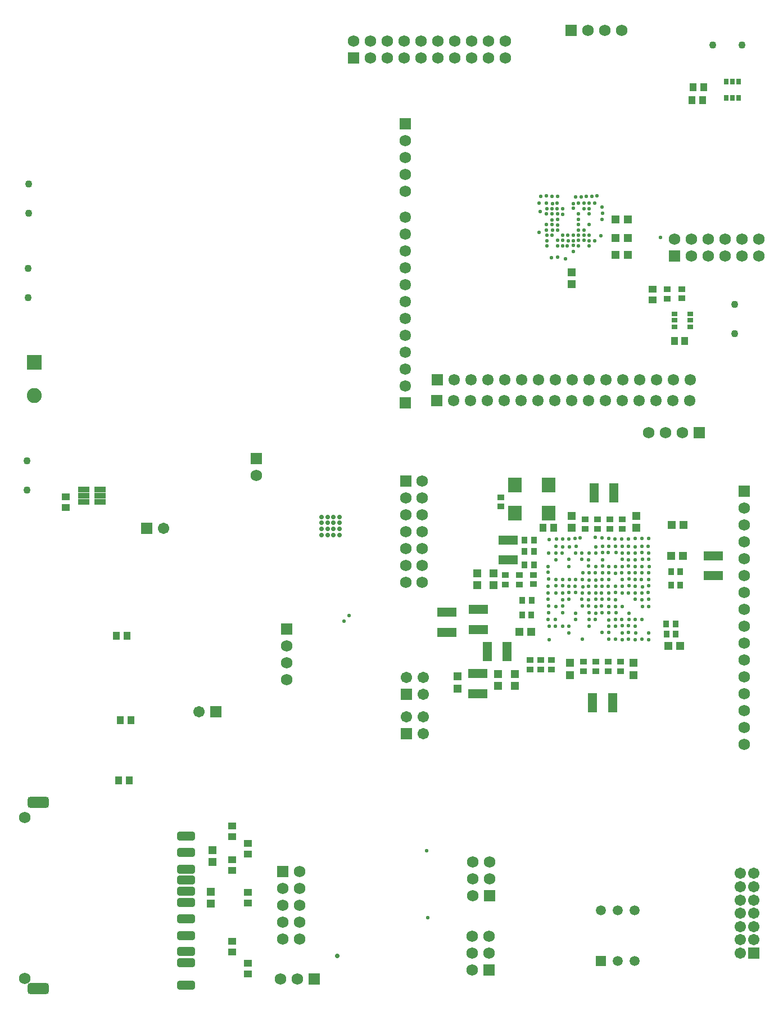
<source format=gbs>
G04 Layer_Color=16711935*
%FSLAX44Y44*%
%MOMM*%
G71*
G01*
G75*
%ADD91R,1.2032X1.1032*%
%ADD92R,1.3032X1.3032*%
%ADD94R,0.9032X0.6532*%
%ADD95R,1.1032X0.9032*%
%ADD96R,1.1032X1.2032*%
%ADD97R,1.3032X1.3032*%
%ADD102R,2.0032X2.2032*%
%ADD108R,0.9032X1.1032*%
%ADD122R,1.7532X1.7532*%
%ADD123C,1.7532*%
%ADD124R,1.7232X1.7232*%
%ADD125C,1.7232*%
%ADD126R,1.7232X1.7232*%
%ADD127R,1.7532X1.7532*%
%ADD128R,2.2532X2.2532*%
%ADD129C,2.2532*%
%ADD130C,1.1032*%
%ADD131R,1.7032X1.7032*%
%ADD132C,1.7032*%
%ADD133R,1.7032X1.7032*%
%ADD134R,1.5032X1.5032*%
%ADD135C,1.5032*%
%ADD136C,0.5532*%
%ADD137C,0.7032*%
%ADD138R,2.9032X1.3532*%
%ADD139R,1.3532X2.9032*%
%ADD140R,1.8032X0.8532*%
G04:AMPARAMS|DCode=141|XSize=1.3632mm|YSize=2.7032mm|CornerRadius=0.3916mm|HoleSize=0mm|Usage=FLASHONLY|Rotation=270.000|XOffset=0mm|YOffset=0mm|HoleType=Round|Shape=RoundedRectangle|*
%AMROUNDEDRECTD141*
21,1,1.3632,1.9200,0,0,270.0*
21,1,0.5800,2.7032,0,0,270.0*
1,1,0.7832,-0.9600,-0.2900*
1,1,0.7832,-0.9600,0.2900*
1,1,0.7832,0.9600,0.2900*
1,1,0.7832,0.9600,-0.2900*
%
%ADD141ROUNDEDRECTD141*%
G04:AMPARAMS|DCode=142|XSize=1.7272mm|YSize=3.2512mm|CornerRadius=0.4826mm|HoleSize=0mm|Usage=FLASHONLY|Rotation=270.000|XOffset=0mm|YOffset=0mm|HoleType=Round|Shape=RoundedRectangle|*
%AMROUNDEDRECTD142*
21,1,1.7272,2.2860,0,0,270.0*
21,1,0.7620,3.2512,0,0,270.0*
1,1,0.9652,-1.1430,-0.3810*
1,1,0.9652,-1.1430,0.3810*
1,1,0.9652,1.1430,0.3810*
1,1,0.9652,1.1430,-0.3810*
%
%ADD142ROUNDEDRECTD142*%
%ADD143R,0.6532X0.9032*%
D91*
X124750Y739750D02*
D03*
Y755750D02*
D03*
X375250Y260250D02*
D03*
Y244250D02*
D03*
X398500Y234250D02*
D03*
Y218250D02*
D03*
X375249Y209750D02*
D03*
Y193750D02*
D03*
X398500Y37750D02*
D03*
Y53750D02*
D03*
X375250Y86750D02*
D03*
Y70750D02*
D03*
X398500Y160750D02*
D03*
Y144750D02*
D03*
X1008750Y1068250D02*
D03*
Y1052250D02*
D03*
D92*
X1050000Y531250D02*
D03*
X1032000D02*
D03*
X1054250Y666500D02*
D03*
X1036250D02*
D03*
X807500Y552250D02*
D03*
X825500D02*
D03*
X1037000Y713750D02*
D03*
X1055000D02*
D03*
X970750Y1119750D02*
D03*
X952750D02*
D03*
X952750Y1145250D02*
D03*
X970750D02*
D03*
X970750Y1172750D02*
D03*
X952750D02*
D03*
D94*
X1065000Y1011750D02*
D03*
Y1021250D02*
D03*
Y1030750D02*
D03*
X1041000D02*
D03*
Y1021250D02*
D03*
Y1011750D02*
D03*
D95*
X780000Y755250D02*
D03*
Y741250D02*
D03*
X960250Y493250D02*
D03*
Y507250D02*
D03*
X941583Y493250D02*
D03*
Y507250D02*
D03*
X922916Y493250D02*
D03*
Y507250D02*
D03*
X904250Y493250D02*
D03*
Y507250D02*
D03*
X828500Y624250D02*
D03*
Y638250D02*
D03*
X808000Y624000D02*
D03*
Y638000D02*
D03*
X786500Y623750D02*
D03*
Y637750D02*
D03*
X962750Y721500D02*
D03*
Y707500D02*
D03*
X944083Y721500D02*
D03*
Y707500D02*
D03*
X925417Y721500D02*
D03*
Y707500D02*
D03*
X906750Y721500D02*
D03*
Y707500D02*
D03*
X1030750Y1068000D02*
D03*
Y1054000D02*
D03*
X1052750Y1068500D02*
D03*
Y1054500D02*
D03*
X824000Y495750D02*
D03*
Y509750D02*
D03*
X840000Y496000D02*
D03*
Y510000D02*
D03*
X856000Y496000D02*
D03*
Y510000D02*
D03*
D96*
X200750Y546500D02*
D03*
X216750D02*
D03*
X206750Y419750D02*
D03*
X222750D02*
D03*
X203750Y329000D02*
D03*
X219750D02*
D03*
X843000Y709500D02*
D03*
X859000D02*
D03*
X1069750Y1371750D02*
D03*
X1085750D02*
D03*
X1068000Y1353000D02*
D03*
X1084000D02*
D03*
X1041000Y990500D02*
D03*
X1057000D02*
D03*
D97*
X714750Y467250D02*
D03*
Y485250D02*
D03*
X979250Y487500D02*
D03*
Y505500D02*
D03*
X884000Y487500D02*
D03*
Y505500D02*
D03*
X769000Y622500D02*
D03*
Y640500D02*
D03*
X744250Y622500D02*
D03*
Y640500D02*
D03*
X983750Y726750D02*
D03*
Y708750D02*
D03*
X886250Y727250D02*
D03*
Y709250D02*
D03*
X886250Y1075750D02*
D03*
Y1093750D02*
D03*
X343250Y161750D02*
D03*
Y143750D02*
D03*
X345750Y224000D02*
D03*
Y206000D02*
D03*
X775500Y471000D02*
D03*
Y489000D02*
D03*
X800750Y471250D02*
D03*
Y489250D02*
D03*
D102*
X801250Y731500D02*
D03*
X852050D02*
D03*
Y773500D02*
D03*
X801250D02*
D03*
D108*
X815500Y653250D02*
D03*
X829500D02*
D03*
X1043250Y549250D02*
D03*
X1029250D02*
D03*
X1043000Y564750D02*
D03*
X1029000D02*
D03*
X1050000Y642750D02*
D03*
X1036000D02*
D03*
X1050250Y622750D02*
D03*
X1036250D02*
D03*
X811750Y577500D02*
D03*
X825750D02*
D03*
X812000Y599750D02*
D03*
X826000D02*
D03*
X815500Y673750D02*
D03*
X829500D02*
D03*
X815500Y690500D02*
D03*
X829500D02*
D03*
D122*
X885617Y1457750D02*
D03*
X558200Y1416250D02*
D03*
X1041200Y1118352D02*
D03*
X1078950Y852000D02*
D03*
X498650Y30000D02*
D03*
D123*
X911017Y1457750D02*
D03*
X936417D02*
D03*
X961817D02*
D03*
X1146250Y383450D02*
D03*
Y408850D02*
D03*
Y434250D02*
D03*
Y459650D02*
D03*
Y485050D02*
D03*
Y510450D02*
D03*
Y535850D02*
D03*
Y561250D02*
D03*
Y586650D02*
D03*
Y612050D02*
D03*
Y637450D02*
D03*
Y662850D02*
D03*
Y688250D02*
D03*
Y713650D02*
D03*
Y739050D02*
D03*
X637000Y753750D02*
D03*
Y728350D02*
D03*
Y702950D02*
D03*
Y677550D02*
D03*
Y652150D02*
D03*
Y626750D02*
D03*
X661500Y779150D02*
D03*
Y753750D02*
D03*
Y728350D02*
D03*
Y702950D02*
D03*
Y677550D02*
D03*
Y652150D02*
D03*
Y626750D02*
D03*
X737850Y206050D02*
D03*
Y180650D02*
D03*
Y155250D02*
D03*
X763250Y206050D02*
D03*
Y180650D02*
D03*
X736750Y94650D02*
D03*
Y69250D02*
D03*
Y43850D02*
D03*
X762150Y94650D02*
D03*
Y69250D02*
D03*
X786800Y1441650D02*
D03*
Y1416250D02*
D03*
X761400Y1441650D02*
D03*
Y1416250D02*
D03*
X736000Y1441650D02*
D03*
Y1416250D02*
D03*
X710600D02*
D03*
Y1441650D02*
D03*
X685200D02*
D03*
Y1416250D02*
D03*
X659800Y1441650D02*
D03*
X558200D02*
D03*
X583600Y1416250D02*
D03*
Y1441650D02*
D03*
X609000Y1416250D02*
D03*
Y1441650D02*
D03*
X634400Y1416250D02*
D03*
Y1441650D02*
D03*
X659800Y1416250D02*
D03*
X62250Y272750D02*
D03*
Y30750D02*
D03*
X457000Y531500D02*
D03*
Y506100D02*
D03*
Y480700D02*
D03*
X411499Y788050D02*
D03*
X1066600Y1118352D02*
D03*
X1092000D02*
D03*
X1117400D02*
D03*
X1142800D02*
D03*
X1168200D02*
D03*
X1041200Y1143752D02*
D03*
X1066600D02*
D03*
X1092000D02*
D03*
X1117400D02*
D03*
X1142800D02*
D03*
X1168200D02*
D03*
X635500Y1291900D02*
D03*
Y1266500D02*
D03*
Y1241100D02*
D03*
Y1215700D02*
D03*
X1053550Y852000D02*
D03*
X1028150D02*
D03*
X1002750D02*
D03*
X473250Y30000D02*
D03*
X447850D02*
D03*
X477000Y90150D02*
D03*
Y115550D02*
D03*
Y140950D02*
D03*
Y166350D02*
D03*
Y191750D02*
D03*
X451600Y90150D02*
D03*
Y115550D02*
D03*
Y140950D02*
D03*
Y166350D02*
D03*
D124*
X636000Y897200D02*
D03*
D125*
Y922600D02*
D03*
Y948000D02*
D03*
Y973400D02*
D03*
Y998800D02*
D03*
Y1024200D02*
D03*
Y1049600D02*
D03*
Y1075000D02*
D03*
Y1100400D02*
D03*
Y1125800D02*
D03*
Y1151200D02*
D03*
Y1176600D02*
D03*
X1065050Y931750D02*
D03*
X1039650D02*
D03*
X1014250D02*
D03*
X988850D02*
D03*
X963450D02*
D03*
X938050D02*
D03*
X912650D02*
D03*
X887250D02*
D03*
X861850D02*
D03*
X836450D02*
D03*
X811050D02*
D03*
X785650D02*
D03*
X760250D02*
D03*
X734850D02*
D03*
X709450D02*
D03*
X1064650Y900250D02*
D03*
X1039250D02*
D03*
X1013850D02*
D03*
X988450D02*
D03*
X963050D02*
D03*
X937650D02*
D03*
X912250D02*
D03*
X886850D02*
D03*
X861450D02*
D03*
X836050D02*
D03*
X810650D02*
D03*
X785250D02*
D03*
X759850D02*
D03*
X734450D02*
D03*
X709050D02*
D03*
D126*
X684050Y931750D02*
D03*
X683650Y900250D02*
D03*
D127*
X1146250Y764450D02*
D03*
X637000Y779150D02*
D03*
X763250Y155250D02*
D03*
X762150Y43850D02*
D03*
X457000Y556900D02*
D03*
X411499Y813450D02*
D03*
X635500Y1317300D02*
D03*
X451600Y191750D02*
D03*
D128*
X77250Y958250D02*
D03*
D129*
Y908250D02*
D03*
D130*
X65750Y809750D02*
D03*
Y765750D02*
D03*
X1132000Y1001250D02*
D03*
Y1045250D02*
D03*
X1143250Y1435500D02*
D03*
X1099250D02*
D03*
X68250Y1226500D02*
D03*
Y1182500D02*
D03*
X68000Y1099250D02*
D03*
Y1055250D02*
D03*
D131*
X1160750Y69000D02*
D03*
X637750Y399000D02*
D03*
Y458750D02*
D03*
D132*
X1140750Y69000D02*
D03*
X1160750Y89000D02*
D03*
X1140750D02*
D03*
X1160750Y109000D02*
D03*
X1140750D02*
D03*
X1160750Y129000D02*
D03*
X1140750D02*
D03*
X1160750Y149000D02*
D03*
X1140750D02*
D03*
X1160750Y169000D02*
D03*
X1140750D02*
D03*
X1160750Y189000D02*
D03*
X1140750D02*
D03*
X271900Y708250D02*
D03*
X324750Y432500D02*
D03*
X663150Y424400D02*
D03*
Y399000D02*
D03*
X637750Y424400D02*
D03*
X663150Y484150D02*
D03*
Y458750D02*
D03*
X637750Y484150D02*
D03*
D133*
X246500Y708250D02*
D03*
X350150Y432500D02*
D03*
D134*
X930600Y57400D02*
D03*
D135*
X956000D02*
D03*
X981400D02*
D03*
Y133600D02*
D03*
X956000D02*
D03*
X930600D02*
D03*
D136*
X851000Y621250D02*
D03*
X872500Y611250D02*
D03*
X850750D02*
D03*
X851250Y601750D02*
D03*
X872500Y600912D02*
D03*
X862500Y590500D02*
D03*
X872500Y591250D02*
D03*
X872750Y621500D02*
D03*
X931500Y591750D02*
D03*
X941750Y621000D02*
D03*
X952500Y621250D02*
D03*
X942250Y601250D02*
D03*
X953000Y581000D02*
D03*
X932250D02*
D03*
X942324D02*
D03*
X912250Y591074D02*
D03*
X912750Y581250D02*
D03*
X912500Y570824D02*
D03*
X922250Y571074D02*
D03*
X1002750Y601250D02*
D03*
X962574Y590750D02*
D03*
X992324Y601000D02*
D03*
X982500Y611000D02*
D03*
X972250D02*
D03*
X922500Y650825D02*
D03*
X668250Y223250D02*
D03*
X669500Y122500D02*
D03*
X942500Y541250D02*
D03*
X848750Y1208250D02*
D03*
X921750Y694750D02*
D03*
X839500Y1208000D02*
D03*
X932250Y693500D02*
D03*
X942000Y693000D02*
D03*
X864750Y1189240D02*
D03*
X961750Y692250D02*
D03*
X837250Y1197250D02*
D03*
X932750Y681250D02*
D03*
X848750Y1197250D02*
D03*
X942500Y680825D02*
D03*
X856750Y1189000D02*
D03*
X962500Y680825D02*
D03*
X864750Y1197250D02*
D03*
X952250Y681500D02*
D03*
X857000Y1208000D02*
D03*
X932750Y671500D02*
D03*
X865000Y1207500D02*
D03*
X923000Y671250D02*
D03*
X972250Y681075D02*
D03*
X972000Y692000D02*
D03*
X982250Y680750D02*
D03*
X992250Y681250D02*
D03*
X1002000D02*
D03*
X981750Y693000D02*
D03*
X992000Y693250D02*
D03*
X913000Y1165250D02*
D03*
X991500Y631250D02*
D03*
X930750Y1148500D02*
D03*
X982500Y621000D02*
D03*
X932250Y1173250D02*
D03*
X1002000Y611750D02*
D03*
X896750Y1165370D02*
D03*
X992500Y611000D02*
D03*
X993000Y661500D02*
D03*
X982325Y651000D02*
D03*
X952074Y571250D02*
D03*
X852075Y671250D02*
D03*
X862325Y681000D02*
D03*
X862500Y670825D02*
D03*
X872075Y671250D02*
D03*
X912325Y671000D02*
D03*
X872575Y680750D02*
D03*
X873250Y692250D02*
D03*
X911825Y651500D02*
D03*
X912075Y661250D02*
D03*
X882500Y692000D02*
D03*
X902075Y671250D02*
D03*
X892325Y631000D02*
D03*
X883000Y680250D02*
D03*
X891500Y692750D02*
D03*
X864000Y692500D02*
D03*
X893000Y681000D02*
D03*
X899250Y693500D02*
D03*
X851250Y651000D02*
D03*
X850825Y642500D02*
D03*
X882325Y651000D02*
D03*
X862500Y610750D02*
D03*
X852250Y541000D02*
D03*
X882325Y551000D02*
D03*
X912500Y561000D02*
D03*
X992750Y590574D02*
D03*
X1002500Y590825D02*
D03*
X972574Y580750D02*
D03*
X942750Y570574D02*
D03*
X962250Y610750D02*
D03*
X992750Y620575D02*
D03*
X1002250Y692750D02*
D03*
X941750Y671750D02*
D03*
X902250Y591250D02*
D03*
X873000Y581000D02*
D03*
X892000Y611750D02*
D03*
X882250D02*
D03*
X851750Y631750D02*
D03*
X863000Y631500D02*
D03*
X862500Y621750D02*
D03*
X882750Y631250D02*
D03*
X882500Y621250D02*
D03*
X953000Y671500D02*
D03*
X933000Y660750D02*
D03*
X1002500Y671000D02*
D03*
X962500Y631000D02*
D03*
X962750Y621250D02*
D03*
X972500Y621500D02*
D03*
X1002250Y621750D02*
D03*
X1002500Y631250D02*
D03*
X982250Y631000D02*
D03*
X992500Y641250D02*
D03*
X982500Y641000D02*
D03*
X972500Y641500D02*
D03*
X962000Y641000D02*
D03*
X952250Y651000D02*
D03*
X962750D02*
D03*
X972000Y651325D02*
D03*
X992250Y651075D02*
D03*
X1003000Y651000D02*
D03*
X962500Y671000D02*
D03*
X972000Y671325D02*
D03*
X982500Y671250D02*
D03*
X1002750Y661500D02*
D03*
X982500Y661250D02*
D03*
X972250D02*
D03*
X882250Y661500D02*
D03*
X932750Y651500D02*
D03*
X952500Y640750D02*
D03*
X942250Y650750D02*
D03*
X972750Y631750D02*
D03*
X952500Y591000D02*
D03*
X952325Y601000D02*
D03*
X942250Y591000D02*
D03*
X942325Y611000D02*
D03*
X931825Y631500D02*
D03*
X942250Y631075D02*
D03*
X922500Y630750D02*
D03*
X922250Y641750D02*
D03*
X851824Y591500D02*
D03*
X1002575Y540750D02*
D03*
X992500Y570824D02*
D03*
X962250Y561500D02*
D03*
X931500Y611250D02*
D03*
X922750Y601250D02*
D03*
X912250Y601000D02*
D03*
X903000Y620325D02*
D03*
X912500Y611250D02*
D03*
X852750Y691000D02*
D03*
X862325Y661000D02*
D03*
X872750Y631250D02*
D03*
X882000Y601500D02*
D03*
X932500Y551250D02*
D03*
X902500Y541250D02*
D03*
X862250Y561074D02*
D03*
X922500Y580824D02*
D03*
X892000Y571324D02*
D03*
X902000Y601324D02*
D03*
X982000Y601324D02*
D03*
X952500Y611750D02*
D03*
X942000Y641325D02*
D03*
X1002250Y641500D02*
D03*
X992500Y671500D02*
D03*
X962750Y661750D02*
D03*
X952000Y692250D02*
D03*
X922500Y680750D02*
D03*
X892750Y671250D02*
D03*
X903500Y641000D02*
D03*
X912750Y630750D02*
D03*
X912250Y620750D02*
D03*
X922500Y621000D02*
D03*
Y611250D02*
D03*
X922750Y590750D02*
D03*
X932250Y601750D02*
D03*
X902250Y611075D02*
D03*
X902500Y630825D02*
D03*
X912325Y641000D02*
D03*
X932500Y620825D02*
D03*
X932750Y641500D02*
D03*
X982324Y541000D02*
D03*
X849000Y1188989D02*
D03*
X848750Y1181239D02*
D03*
X856750Y1181239D02*
D03*
X838750Y1185250D02*
D03*
X857078Y1172564D02*
D03*
X856750Y1165250D02*
D03*
Y1149250D02*
D03*
X857250Y1157250D02*
D03*
X872750Y1133500D02*
D03*
X905000Y1141500D02*
D03*
X896750Y1133239D02*
D03*
X888750Y1133750D02*
D03*
X896500Y1141489D02*
D03*
X889000Y1140989D02*
D03*
X880079Y1133312D02*
D03*
X876749Y1114001D02*
D03*
X921250Y1141250D02*
D03*
X912750Y1141239D02*
D03*
X913000Y1197500D02*
D03*
X920879Y1197629D02*
D03*
X905000Y1189250D02*
D03*
X931750Y1191750D02*
D03*
X913000Y1189500D02*
D03*
X932750Y1182000D02*
D03*
X888619Y1189631D02*
D03*
X889379Y1197129D02*
D03*
X912739Y1181250D02*
D03*
X873250Y1180740D02*
D03*
X896750Y1173239D02*
D03*
X897000Y1156990D02*
D03*
X880879Y1149371D02*
D03*
X873000Y1149250D02*
D03*
X849000Y1148990D02*
D03*
X848989Y1141000D02*
D03*
X837508Y1153242D02*
D03*
X848748Y1157053D02*
D03*
X873000Y1189250D02*
D03*
X896500Y1181500D02*
D03*
X904750Y1157250D02*
D03*
X872500Y1141489D02*
D03*
X881000Y1141250D02*
D03*
X849000Y1133250D02*
D03*
X865000D02*
D03*
X896750Y1197370D02*
D03*
X889000Y1125250D02*
D03*
X865000Y1164989D02*
D03*
Y1156990D02*
D03*
X864989Y1173000D02*
D03*
X865000Y1141500D02*
D03*
X912750Y1133239D02*
D03*
Y1149500D02*
D03*
X904879Y1197629D02*
D03*
X924748Y1208248D02*
D03*
X916748Y1207748D02*
D03*
X908748Y1207498D02*
D03*
X900748Y1207248D02*
D03*
X905000Y1149750D02*
D03*
X896750D02*
D03*
X889000Y1149250D02*
D03*
X848750Y1165240D02*
D03*
X865500Y1181250D02*
D03*
X902000Y661750D02*
D03*
X891750Y621000D02*
D03*
X551000Y576750D02*
D03*
X543250Y568500D02*
D03*
X852000Y581000D02*
D03*
X851250Y571250D02*
D03*
X862250D02*
D03*
X892574Y580750D02*
D03*
X852574Y560750D02*
D03*
X872500Y560825D02*
D03*
X882325Y561000D02*
D03*
X1020500Y1146250D02*
D03*
X961750Y571250D02*
D03*
X972500Y570824D02*
D03*
X982250Y571074D02*
D03*
X942074Y561250D02*
D03*
X952500Y560824D02*
D03*
X972000Y561500D02*
D03*
X982000Y561250D02*
D03*
X962250Y550500D02*
D03*
X972250Y551250D02*
D03*
X982574Y550750D02*
D03*
X962324Y541000D02*
D03*
X972074Y541250D02*
D03*
X992074D02*
D03*
X1002250Y551075D02*
D03*
X952074Y541250D02*
D03*
X942000Y551324D02*
D03*
X865000Y1116000D02*
D03*
X856250Y1115500D02*
D03*
X857500Y1197000D02*
D03*
X892748Y1206998D02*
D03*
D137*
X533250Y64500D02*
D03*
X509750Y725450D02*
D03*
X518750D02*
D03*
X527750D02*
D03*
X536750D02*
D03*
X509750Y716450D02*
D03*
X518750D02*
D03*
X527750D02*
D03*
X536750D02*
D03*
X509750Y707450D02*
D03*
X518750D02*
D03*
X527750D02*
D03*
X536750D02*
D03*
X509750Y698450D02*
D03*
X518750D02*
D03*
X527750D02*
D03*
X536750D02*
D03*
D138*
X791000Y690500D02*
D03*
Y660500D02*
D03*
X1099500Y636750D02*
D03*
Y666750D02*
D03*
X745750Y586000D02*
D03*
Y556000D02*
D03*
X698500Y552000D02*
D03*
Y582000D02*
D03*
X744750Y459750D02*
D03*
Y489750D02*
D03*
D139*
X948000Y445500D02*
D03*
X918000D02*
D03*
X950250Y761500D02*
D03*
X920250D02*
D03*
X789250Y523000D02*
D03*
X759250D02*
D03*
D140*
X176500Y767000D02*
D03*
Y757500D02*
D03*
Y748001D02*
D03*
X151500D02*
D03*
Y757500D02*
D03*
Y767000D02*
D03*
D141*
X305250Y179050D02*
D03*
Y20750D02*
D03*
Y195550D02*
D03*
Y220550D02*
D03*
Y162550D02*
D03*
Y145450D02*
D03*
Y245550D02*
D03*
Y95450D02*
D03*
Y71250D02*
D03*
Y54250D02*
D03*
Y120450D02*
D03*
D142*
X83250Y295750D02*
D03*
Y15750D02*
D03*
D143*
X1119000Y1356250D02*
D03*
X1128500D02*
D03*
X1138000D02*
D03*
Y1380250D02*
D03*
X1128500D02*
D03*
X1119000D02*
D03*
M02*

</source>
